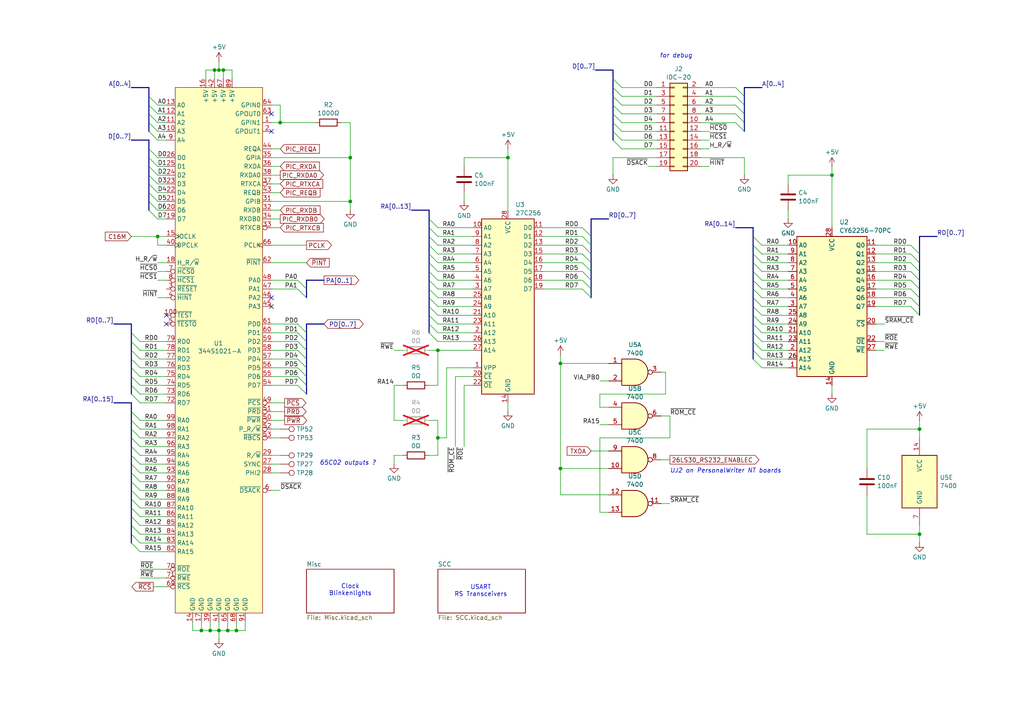
<source format=kicad_sch>
(kicad_sch (version 20250114) (generator "eeschema") (generator_version "9.0")
  (paper "A4")
  (title_block (title "PICDB") (date "2025-09-21") (rev "0.1") (company "Lostwave") (comment 1 "https://github.com/demik/oldworld"))
  (text "for debug" (at 196.088 16.256 0) (effects (font (size 1.27 1.27) (italic yes))))
  (text "Clock\nBlinkenlights" (at 101.6 171.196 0) (effects (font (size 1.27 1.27))))
  (text "UJ2 on PersonalWriter NT boards" (at 194.31 136.652 0) (effects (font (size 1.27 1.27) (italic yes)) (justify left)))
  (text "65C02 outputs ?" (at 92.71 134.366 0) (effects (font (size 1.27 1.27) (italic yes)) (justify left)))
  (text "USART\nRS Transceivers" (at 139.446 171.45 0) (effects (font (size 1.27 1.27))))
  (junction (at 64.77 20.32))
  (junction (at 127 101.6))
  (junction (at 58.42 182.88))
  (junction (at 62.23 20.32))
  (junction (at 68.58 182.88))
  (junction (at 60.96 182.88))
  (junction (at 101.6 45.72))
  (junction (at 127 127))
  (junction (at 266.7 124.46))
  (junction (at 162.56 135.89))
  (junction (at 63.5 182.88))
  (junction (at 81.28 35.56))
  (junction (at 63.5 20.32))
  (junction (at 162.56 105.41))
  (junction (at 266.7 154.94))
  (junction (at 101.6 58.42))
  (junction (at 241.3 50.8))
  (junction (at 147.32 45.72))
  (junction (at 66.04 182.88))
  (junction (at 45.72 68.58))
  (no_connect (at 78.74 88.9))
  (no_connect (at 78.74 38.1))
  (no_connect (at 48.26 93.98))
  (no_connect (at 78.74 86.36))
  (no_connect (at 78.74 33.02))
  (no_connect (at 48.26 91.44))
  (bus_entry (at 264.16 71.12) (size 2.54 2.54))
  (bus_entry (at 213.36 30.48) (size 2.54 2.54))
  (bus_entry (at 124.46 83.82) (size 2.54 2.54))
  (bus_entry (at 124.46 96.52) (size 2.54 2.54))
  (bus_entry (at 218.44 78.74) (size 2.54 2.54))
  (bus_entry (at 264.16 76.2) (size 2.54 2.54))
  (bus_entry (at 264.16 88.9) (size 2.54 2.54))
  (bus_entry (at 168.91 83.82) (size 2.54 2.54))
  (bus_entry (at 38.1 134.62) (size 2.54 2.54))
  (bus_entry (at 38.1 147.32) (size 2.54 2.54))
  (bus_entry (at 86.36 111.76) (size 2.54 2.54))
  (bus_entry (at 38.1 157.48) (size 2.54 2.54))
  (bus_entry (at 38.1 124.46) (size 2.54 2.54))
  (bus_entry (at 38.1 154.94) (size 2.54 2.54))
  (bus_entry (at 213.36 35.56) (size 2.54 2.54))
  (bus_entry (at 264.16 73.66) (size 2.54 2.54))
  (bus_entry (at 218.44 99.06) (size 2.54 2.54))
  (bus_entry (at 168.91 78.74) (size 2.54 2.54))
  (bus_entry (at 38.1 104.14) (size 2.54 2.54))
  (bus_entry (at 218.44 93.98) (size 2.54 2.54))
  (bus_entry (at 38.1 106.68) (size 2.54 2.54))
  (bus_entry (at 218.44 96.52) (size 2.54 2.54))
  (bus_entry (at 86.36 93.98) (size 2.54 2.54))
  (bus_entry (at 43.18 60.96) (size 2.54 2.54))
  (bus_entry (at 38.1 132.08) (size 2.54 2.54))
  (bus_entry (at 218.44 86.36) (size 2.54 2.54))
  (bus_entry (at 218.44 81.28) (size 2.54 2.54))
  (bus_entry (at 218.44 101.6) (size 2.54 2.54))
  (bus_entry (at 124.46 63.5) (size 2.54 2.54))
  (bus_entry (at 177.8 25.4) (size 2.54 2.54))
  (bus_entry (at 43.18 50.8) (size 2.54 2.54))
  (bus_entry (at 86.36 83.82) (size 2.54 2.54))
  (bus_entry (at 264.16 86.36) (size 2.54 2.54))
  (bus_entry (at 38.1 109.22) (size 2.54 2.54))
  (bus_entry (at 43.18 27.94) (size 2.54 2.54))
  (bus_entry (at 168.91 71.12) (size 2.54 2.54))
  (bus_entry (at 218.44 91.44) (size 2.54 2.54))
  (bus_entry (at 38.1 139.7) (size 2.54 2.54))
  (bus_entry (at 213.36 27.94) (size 2.54 2.54))
  (bus_entry (at 124.46 93.98) (size 2.54 2.54))
  (bus_entry (at 43.18 43.18) (size 2.54 2.54))
  (bus_entry (at 177.8 33.02) (size 2.54 2.54))
  (bus_entry (at 177.8 40.64) (size 2.54 2.54))
  (bus_entry (at 124.46 68.58) (size 2.54 2.54))
  (bus_entry (at 264.16 83.82) (size 2.54 2.54))
  (bus_entry (at 218.44 68.58) (size 2.54 2.54))
  (bus_entry (at 38.1 119.38) (size 2.54 2.54))
  (bus_entry (at 218.44 104.14) (size 2.54 2.54))
  (bus_entry (at 38.1 121.92) (size 2.54 2.54))
  (bus_entry (at 124.46 78.74) (size 2.54 2.54))
  (bus_entry (at 177.8 27.94) (size 2.54 2.54))
  (bus_entry (at 168.91 73.66) (size 2.54 2.54))
  (bus_entry (at 86.36 106.68) (size 2.54 2.54))
  (bus_entry (at 43.18 35.56) (size 2.54 2.54))
  (bus_entry (at 213.36 25.4) (size 2.54 2.54))
  (bus_entry (at 218.44 83.82) (size 2.54 2.54))
  (bus_entry (at 124.46 73.66) (size 2.54 2.54))
  (bus_entry (at 43.18 53.34) (size 2.54 2.54))
  (bus_entry (at 124.46 88.9) (size 2.54 2.54))
  (bus_entry (at 218.44 76.2) (size 2.54 2.54))
  (bus_entry (at 38.1 149.86) (size 2.54 2.54))
  (bus_entry (at 43.18 58.42) (size 2.54 2.54))
  (bus_entry (at 43.18 33.02) (size 2.54 2.54))
  (bus_entry (at 124.46 91.44) (size 2.54 2.54))
  (bus_entry (at 177.8 35.56) (size 2.54 2.54))
  (bus_entry (at 264.16 78.74) (size 2.54 2.54))
  (bus_entry (at 124.46 71.12) (size 2.54 2.54))
  (bus_entry (at 43.18 55.88) (size 2.54 2.54))
  (bus_entry (at 177.8 30.48) (size 2.54 2.54))
  (bus_entry (at 177.8 22.86) (size 2.54 2.54))
  (bus_entry (at 218.44 88.9) (size 2.54 2.54))
  (bus_entry (at 124.46 76.2) (size 2.54 2.54))
  (bus_entry (at 168.91 66.04) (size 2.54 2.54))
  (bus_entry (at 38.1 96.52) (size 2.54 2.54))
  (bus_entry (at 86.36 109.22) (size 2.54 2.54))
  (bus_entry (at 38.1 127) (size 2.54 2.54))
  (bus_entry (at 38.1 114.3) (size 2.54 2.54))
  (bus_entry (at 43.18 45.72) (size 2.54 2.54))
  (bus_entry (at 86.36 99.06) (size 2.54 2.54))
  (bus_entry (at 218.44 71.12) (size 2.54 2.54))
  (bus_entry (at 86.36 96.52) (size 2.54 2.54))
  (bus_entry (at 38.1 99.06) (size 2.54 2.54))
  (bus_entry (at 86.36 104.14) (size 2.54 2.54))
  (bus_entry (at 124.46 81.28) (size 2.54 2.54))
  (bus_entry (at 43.18 48.26) (size 2.54 2.54))
  (bus_entry (at 213.36 33.02) (size 2.54 2.54))
  (bus_entry (at 218.44 73.66) (size 2.54 2.54))
  (bus_entry (at 86.36 101.6) (size 2.54 2.54))
  (bus_entry (at 38.1 152.4) (size 2.54 2.54))
  (bus_entry (at 168.91 68.58) (size 2.54 2.54))
  (bus_entry (at 43.18 30.48) (size 2.54 2.54))
  (bus_entry (at 264.16 81.28) (size 2.54 2.54))
  (bus_entry (at 124.46 66.04) (size 2.54 2.54))
  (bus_entry (at 38.1 129.54) (size 2.54 2.54))
  (bus_entry (at 38.1 144.78) (size 2.54 2.54))
  (bus_entry (at 38.1 101.6) (size 2.54 2.54))
  (bus_entry (at 38.1 137.16) (size 2.54 2.54))
  (bus_entry (at 168.91 81.28) (size 2.54 2.54))
  (bus_entry (at 124.46 86.36) (size 2.54 2.54))
  (bus_entry (at 38.1 142.24) (size 2.54 2.54))
  (bus_entry (at 86.36 81.28) (size 2.54 2.54))
  (bus_entry (at 43.18 38.1) (size 2.54 2.54))
  (bus_entry (at 177.8 38.1) (size 2.54 2.54))
  (bus_entry (at 168.91 76.2) (size 2.54 2.54))
  (bus_entry (at 38.1 111.76) (size 2.54 2.54))
  (wire (pts (xy 64.77 20.32) (xy 64.77 22.86)))
  (wire (pts (xy 127 86.36) (xy 137.16 86.36)))
  (bus (pts (xy 124.46 71.12) (xy 124.46 73.66)))
  (wire (pts (xy 220.98 106.68) (xy 228.6 106.68)))
  (wire (pts (xy 180.34 25.4) (xy 190.5 25.4)))
  (bus (pts (xy 43.18 38.1) (xy 43.18 35.56)))
  (wire (pts (xy 254 73.66) (xy 264.16 73.66)))
  (wire (pts (xy 220.98 83.82) (xy 228.6 83.82)))
  (bus (pts (xy 88.9 106.68) (xy 88.9 104.14)))
  (wire (pts (xy 45.72 60.96) (xy 48.26 60.96)))
  (bus (pts (xy 119.38 60.96) (xy 124.46 60.96)))
  (bus (pts (xy 38.1 132.08) (xy 38.1 134.62)))
  (wire (pts (xy 124.46 101.6) (xy 127 101.6)))
  (wire (pts (xy 63.5 20.32) (xy 64.77 20.32)))
  (bus (pts (xy 43.18 30.48) (xy 43.18 27.94)))
  (bus (pts (xy 218.44 76.2) (xy 218.44 78.74)))
  (wire (pts (xy 78.74 43.18) (xy 81.28 43.18)))
  (bus (pts (xy 38.1 137.16) (xy 38.1 139.7)))
  (wire (pts (xy 45.72 63.5) (xy 48.26 63.5)))
  (wire (pts (xy 147.32 116.84) (xy 147.32 119.38)))
  (wire (pts (xy 67.31 20.32) (xy 67.31 22.86)))
  (wire (pts (xy 173.99 127) (xy 173.99 148.59)))
  (wire (pts (xy 55.88 180.34) (xy 55.88 182.88)))
  (wire (pts (xy 203.2 30.48) (xy 213.36 30.48)))
  (wire (pts (xy 44.45 170.18) (xy 48.26 170.18)))
  (wire (pts (xy 180.34 35.56) (xy 190.5 35.56)))
  (wire (pts (xy 162.56 105.41) (xy 176.53 105.41)))
  (bus (pts (xy 266.7 83.82) (xy 266.7 81.28)))
  (bus (pts (xy 38.1 40.64) (xy 43.18 40.64)))
  (wire (pts (xy 124.46 121.92) (xy 127 121.92)))
  (wire (pts (xy 127 83.82) (xy 137.16 83.82)))
  (wire (pts (xy 78.74 60.96) (xy 81.28 60.96)))
  (wire (pts (xy 254 88.9) (xy 264.16 88.9)))
  (bus (pts (xy 124.46 60.96) (xy 124.46 63.5)))
  (bus (pts (xy 124.46 63.5) (xy 124.46 66.04)))
  (wire (pts (xy 78.74 116.84) (xy 82.55 116.84)))
  (wire (pts (xy 180.34 43.18) (xy 190.5 43.18)))
  (wire (pts (xy 40.64 129.54) (xy 48.26 129.54)))
  (bus (pts (xy 33.02 93.98) (xy 38.1 93.98)))
  (bus (pts (xy 218.44 73.66) (xy 218.44 76.2)))
  (bus (pts (xy 124.46 73.66) (xy 124.46 76.2)))
  (wire (pts (xy 78.74 83.82) (xy 86.36 83.82)))
  (bus (pts (xy 33.02 116.84) (xy 38.1 116.84)))
  (wire (pts (xy 114.3 111.76) (xy 114.3 121.92)))
  (wire (pts (xy 78.74 124.46) (xy 81.28 124.46)))
  (wire (pts (xy 40.64 104.14) (xy 48.26 104.14)))
  (wire (pts (xy 220.98 104.14) (xy 228.6 104.14)))
  (wire (pts (xy 251.46 143.51) (xy 251.46 154.94)))
  (wire (pts (xy 127 66.04) (xy 137.16 66.04)))
  (wire (pts (xy 180.34 40.64) (xy 190.5 40.64)))
  (bus (pts (xy 215.9 25.4) (xy 215.9 27.94)))
  (wire (pts (xy 191.77 133.35) (xy 194.31 133.35)))
  (wire (pts (xy 171.45 130.81) (xy 176.53 130.81)))
  (wire (pts (xy 173.99 123.19) (xy 176.53 123.19)))
  (wire (pts (xy 78.74 96.52) (xy 86.36 96.52)))
  (wire (pts (xy 193.04 114.3) (xy 173.99 114.3)))
  (bus (pts (xy 177.8 27.94) (xy 177.8 30.48)))
  (bus (pts (xy 88.9 99.06) (xy 88.9 96.52)))
  (bus (pts (xy 213.36 66.04) (xy 218.44 66.04)))
  (wire (pts (xy 157.48 81.28) (xy 168.91 81.28)))
  (wire (pts (xy 215.9 45.72) (xy 215.9 50.8)))
  (wire (pts (xy 254 99.06) (xy 256.54 99.06)))
  (bus (pts (xy 43.18 43.18) (xy 43.18 40.64)))
  (bus (pts (xy 218.44 78.74) (xy 218.44 81.28)))
  (wire (pts (xy 45.72 45.72) (xy 48.26 45.72)))
  (bus (pts (xy 38.1 147.32) (xy 38.1 149.86)))
  (wire (pts (xy 228.6 60.96) (xy 228.6 63.5)))
  (bus (pts (xy 38.1 106.68) (xy 38.1 104.14)))
  (bus (pts (xy 124.46 91.44) (xy 124.46 93.98)))
  (bus (pts (xy 218.44 93.98) (xy 218.44 96.52)))
  (bus (pts (xy 220.98 25.4) (xy 215.9 25.4)))
  (bus (pts (xy 266.7 81.28) (xy 266.7 78.74)))
  (wire (pts (xy 71.12 182.88) (xy 71.12 180.34)))
  (wire (pts (xy 191.77 146.05) (xy 194.31 146.05)))
  (bus (pts (xy 171.45 76.2) (xy 171.45 73.66)))
  (wire (pts (xy 60.96 182.88) (xy 63.5 182.88)))
  (wire (pts (xy 64.77 20.32) (xy 67.31 20.32)))
  (wire (pts (xy 220.98 76.2) (xy 228.6 76.2)))
  (wire (pts (xy 124.46 111.76) (xy 127 111.76)))
  (wire (pts (xy 127 91.44) (xy 137.16 91.44)))
  (wire (pts (xy 203.2 35.56) (xy 213.36 35.56)))
  (wire (pts (xy 228.6 53.34) (xy 228.6 50.8)))
  (wire (pts (xy 127 121.92) (xy 127 127)))
  (wire (pts (xy 40.64 99.06) (xy 48.26 99.06)))
  (bus (pts (xy 88.9 81.28) (xy 93.98 81.28)))
  (wire (pts (xy 254 101.6) (xy 256.54 101.6)))
  (wire (pts (xy 127 71.12) (xy 137.16 71.12)))
  (wire (pts (xy 220.98 71.12) (xy 228.6 71.12)))
  (wire (pts (xy 78.74 127) (xy 81.28 127)))
  (wire (pts (xy 137.16 106.68) (xy 129.54 106.68)))
  (wire (pts (xy 266.7 154.94) (xy 266.7 152.4)))
  (bus (pts (xy 43.18 60.96) (xy 43.18 58.42)))
  (bus (pts (xy 43.18 45.72) (xy 43.18 43.18)))
  (wire (pts (xy 147.32 43.18) (xy 147.32 45.72)))
  (bus (pts (xy 124.46 76.2) (xy 124.46 78.74)))
  (wire (pts (xy 254 86.36) (xy 264.16 86.36)))
  (wire (pts (xy 78.74 53.34) (xy 81.28 53.34)))
  (wire (pts (xy 45.72 35.56) (xy 48.26 35.56)))
  (bus (pts (xy 38.1 134.62) (xy 38.1 137.16)))
  (wire (pts (xy 81.28 35.56) (xy 91.44 35.56)))
  (wire (pts (xy 220.98 78.74) (xy 228.6 78.74)))
  (bus (pts (xy 124.46 81.28) (xy 124.46 83.82)))
  (wire (pts (xy 40.64 142.24) (xy 48.26 142.24)))
  (bus (pts (xy 218.44 83.82) (xy 218.44 86.36)))
  (wire (pts (xy 40.64 167.64) (xy 48.26 167.64)))
  (wire (pts (xy 228.6 50.8) (xy 241.3 50.8)))
  (wire (pts (xy 193.04 107.95) (xy 193.04 114.3)))
  (wire (pts (xy 203.2 48.26) (xy 205.74 48.26)))
  (bus (pts (xy 171.45 78.74) (xy 171.45 81.28)))
  (wire (pts (xy 176.53 143.51) (xy 162.56 143.51)))
  (bus (pts (xy 218.44 96.52) (xy 218.44 99.06)))
  (bus (pts (xy 171.45 68.58) (xy 171.45 63.5)))
  (wire (pts (xy 63.5 182.88) (xy 66.04 182.88)))
  (wire (pts (xy 78.74 76.2) (xy 88.9 76.2)))
  (bus (pts (xy 172.72 20.32) (xy 177.8 20.32)))
  (bus (pts (xy 266.7 78.74) (xy 266.7 76.2)))
  (bus (pts (xy 218.44 86.36) (xy 218.44 88.9)))
  (wire (pts (xy 45.72 50.8) (xy 48.26 50.8)))
  (wire (pts (xy 203.2 43.18) (xy 205.74 43.18)))
  (wire (pts (xy 40.64 124.46) (xy 48.26 124.46)))
  (wire (pts (xy 66.04 182.88) (xy 68.58 182.88)))
  (wire (pts (xy 63.5 182.88) (xy 63.5 185.42)))
  (bus (pts (xy 38.1 101.6) (xy 38.1 99.06)))
  (bus (pts (xy 171.45 73.66) (xy 171.45 71.12)))
  (wire (pts (xy 177.8 45.72) (xy 190.5 45.72)))
  (wire (pts (xy 45.72 53.34) (xy 48.26 53.34)))
  (wire (pts (xy 127 88.9) (xy 137.16 88.9)))
  (wire (pts (xy 78.74 111.76) (xy 86.36 111.76)))
  (wire (pts (xy 101.6 45.72) (xy 101.6 35.56)))
  (bus (pts (xy 88.9 93.98) (xy 93.98 93.98)))
  (bus (pts (xy 177.8 25.4) (xy 177.8 27.94)))
  (wire (pts (xy 78.74 106.68) (xy 86.36 106.68)))
  (wire (pts (xy 220.98 96.52) (xy 228.6 96.52)))
  (wire (pts (xy 241.3 111.76) (xy 241.3 114.3)))
  (wire (pts (xy 40.64 116.84) (xy 48.26 116.84)))
  (wire (pts (xy 78.74 137.16) (xy 81.28 137.16)))
  (wire (pts (xy 129.54 106.68) (xy 129.54 127)))
  (bus (pts (xy 38.1 149.86) (xy 38.1 152.4)))
  (bus (pts (xy 124.46 66.04) (xy 124.46 68.58)))
  (wire (pts (xy 134.62 55.88) (xy 134.62 58.42)))
  (bus (pts (xy 171.45 78.74) (xy 171.45 76.2)))
  (bus (pts (xy 38.1 104.14) (xy 38.1 101.6)))
  (wire (pts (xy 78.74 71.12) (xy 88.9 71.12)))
  (wire (pts (xy 254 93.98) (xy 256.54 93.98)))
  (bus (pts (xy 43.18 33.02) (xy 43.18 30.48)))
  (bus (pts (xy 88.9 104.14) (xy 88.9 101.6)))
  (bus (pts (xy 38.1 121.92) (xy 38.1 124.46)))
  (wire (pts (xy 241.3 48.26) (xy 241.3 50.8)))
  (wire (pts (xy 40.64 101.6) (xy 48.26 101.6)))
  (bus (pts (xy 218.44 88.9) (xy 218.44 91.44)))
  (bus (pts (xy 215.9 30.48) (xy 215.9 33.02)))
  (bus (pts (xy 88.9 111.76) (xy 88.9 109.22)))
  (bus (pts (xy 38.1 127) (xy 38.1 129.54)))
  (wire (pts (xy 254 76.2) (xy 264.16 76.2)))
  (wire (pts (xy 134.62 129.54) (xy 134.62 111.76)))
  (wire (pts (xy 132.08 129.54) (xy 132.08 109.22)))
  (wire (pts (xy 254 78.74) (xy 264.16 78.74)))
  (wire (pts (xy 220.98 88.9) (xy 228.6 88.9)))
  (bus (pts (xy 266.7 68.58) (xy 271.78 68.58)))
  (bus (pts (xy 218.44 71.12) (xy 218.44 73.66)))
  (bus (pts (xy 215.9 35.56) (xy 215.9 38.1)))
  (wire (pts (xy 58.42 180.34) (xy 58.42 182.88)))
  (bus (pts (xy 177.8 30.48) (xy 177.8 33.02)))
  (wire (pts (xy 127 93.98) (xy 137.16 93.98)))
  (wire (pts (xy 101.6 35.56) (xy 99.06 35.56)))
  (wire (pts (xy 127 73.66) (xy 137.16 73.66)))
  (wire (pts (xy 191.77 120.65) (xy 194.31 120.65)))
  (wire (pts (xy 40.64 144.78) (xy 48.26 144.78)))
  (wire (pts (xy 114.3 134.62) (xy 114.3 132.08)))
  (wire (pts (xy 40.64 152.4) (xy 48.26 152.4)))
  (wire (pts (xy 40.64 137.16) (xy 48.26 137.16)))
  (bus (pts (xy 43.18 27.94) (xy 43.18 25.4)))
  (wire (pts (xy 66.04 180.34) (xy 66.04 182.88)))
  (wire (pts (xy 251.46 124.46) (xy 266.7 124.46)))
  (bus (pts (xy 177.8 38.1) (xy 177.8 40.64)))
  (wire (pts (xy 251.46 154.94) (xy 266.7 154.94)))
  (wire (pts (xy 203.2 33.02) (xy 213.36 33.02)))
  (wire (pts (xy 40.64 149.86) (xy 48.26 149.86)))
  (wire (pts (xy 203.2 45.72) (xy 215.9 45.72)))
  (wire (pts (xy 63.5 180.34) (xy 63.5 182.88)))
  (wire (pts (xy 254 71.12) (xy 264.16 71.12)))
  (bus (pts (xy 88.9 96.52) (xy 88.9 93.98)))
  (wire (pts (xy 45.72 58.42) (xy 48.26 58.42)))
  (bus (pts (xy 124.46 86.36) (xy 124.46 88.9)))
  (bus (pts (xy 218.44 99.06) (xy 218.44 101.6)))
  (bus (pts (xy 218.44 101.6) (xy 218.44 104.14)))
  (wire (pts (xy 116.84 111.76) (xy 114.3 111.76)))
  (bus (pts (xy 215.9 27.94) (xy 215.9 30.48)))
  (wire (pts (xy 203.2 25.4) (xy 213.36 25.4)))
  (wire (pts (xy 157.48 78.74) (xy 168.91 78.74)))
  (wire (pts (xy 40.64 147.32) (xy 48.26 147.32)))
  (wire (pts (xy 129.54 127) (xy 127 127)))
  (wire (pts (xy 147.32 45.72) (xy 147.32 60.96)))
  (wire (pts (xy 220.98 99.06) (xy 228.6 99.06)))
  (bus (pts (xy 38.1 139.7) (xy 38.1 142.24)))
  (bus (pts (xy 38.1 129.54) (xy 38.1 132.08)))
  (wire (pts (xy 180.34 30.48) (xy 190.5 30.48)))
  (wire (pts (xy 157.48 66.04) (xy 168.91 66.04)))
  (bus (pts (xy 266.7 76.2) (xy 266.7 73.66)))
  (bus (pts (xy 38.1 124.46) (xy 38.1 127)))
  (wire (pts (xy 78.74 66.04) (xy 81.28 66.04)))
  (wire (pts (xy 162.56 105.41) (xy 162.56 135.89)))
  (wire (pts (xy 78.74 81.28) (xy 86.36 81.28)))
  (bus (pts (xy 218.44 91.44) (xy 218.44 93.98)))
  (wire (pts (xy 241.3 50.8) (xy 241.3 66.04)))
  (wire (pts (xy 40.64 165.1) (xy 48.26 165.1)))
  (wire (pts (xy 45.72 71.12) (xy 45.72 68.58)))
  (wire (pts (xy 173.99 118.11) (xy 176.53 118.11)))
  (wire (pts (xy 81.28 30.48) (xy 81.28 35.56)))
  (bus (pts (xy 177.8 33.02) (xy 177.8 35.56)))
  (wire (pts (xy 40.64 139.7) (xy 48.26 139.7)))
  (bus (pts (xy 177.8 20.32) (xy 177.8 22.86)))
  (wire (pts (xy 177.8 50.8) (xy 177.8 45.72)))
  (wire (pts (xy 157.48 68.58) (xy 168.91 68.58)))
  (bus (pts (xy 266.7 83.82) (xy 266.7 86.36)))
  (wire (pts (xy 45.72 30.48) (xy 48.26 30.48)))
  (wire (pts (xy 78.74 132.08) (xy 81.28 132.08)))
  (wire (pts (xy 127 127) (xy 127 132.08)))
  (wire (pts (xy 78.74 104.14) (xy 86.36 104.14)))
  (wire (pts (xy 124.46 132.08) (xy 127 132.08)))
  (bus (pts (xy 171.45 83.82) (xy 171.45 86.36)))
  (wire (pts (xy 173.99 148.59) (xy 176.53 148.59)))
  (wire (pts (xy 40.64 127) (xy 48.26 127)))
  (wire (pts (xy 45.72 40.64) (xy 48.26 40.64)))
  (bus (pts (xy 177.8 35.56) (xy 177.8 38.1)))
  (wire (pts (xy 78.74 35.56) (xy 81.28 35.56)))
  (bus (pts (xy 266.7 86.36) (xy 266.7 88.9)))
  (bus (pts (xy 124.46 93.98) (xy 124.46 96.52)))
  (bus (pts (xy 215.9 33.02) (xy 215.9 35.56)))
  (wire (pts (xy 127 99.06) (xy 137.16 99.06)))
  (wire (pts (xy 173.99 110.49) (xy 176.53 110.49)))
  (bus (pts (xy 266.7 73.66) (xy 266.7 68.58)))
  (bus (pts (xy 218.44 68.58) (xy 218.44 71.12)))
  (wire (pts (xy 220.98 91.44) (xy 228.6 91.44)))
  (wire (pts (xy 194.31 127) (xy 173.99 127)))
  (wire (pts (xy 114.3 101.6) (xy 116.84 101.6)))
  (wire (pts (xy 157.48 76.2) (xy 168.91 76.2)))
  (wire (pts (xy 203.2 27.94) (xy 213.36 27.94)))
  (wire (pts (xy 101.6 60.96) (xy 101.6 58.42)))
  (wire (pts (xy 78.74 45.72) (xy 101.6 45.72)))
  (wire (pts (xy 48.26 71.12) (xy 45.72 71.12)))
  (wire (pts (xy 40.64 121.92) (xy 48.26 121.92)))
  (wire (pts (xy 78.74 119.38) (xy 82.55 119.38)))
  (wire (pts (xy 134.62 45.72) (xy 147.32 45.72)))
  (bus (pts (xy 88.9 101.6) (xy 88.9 99.06)))
  (bus (pts (xy 171.45 81.28) (xy 171.45 83.82)))
  (wire (pts (xy 40.64 132.08) (xy 48.26 132.08)))
  (wire (pts (xy 127 101.6) (xy 127 111.76)))
  (wire (pts (xy 203.2 40.64) (xy 205.74 40.64)))
  (wire (pts (xy 134.62 111.76) (xy 137.16 111.76)))
  (bus (pts (xy 88.9 114.3) (xy 88.9 111.76)))
  (bus (pts (xy 266.7 88.9) (xy 266.7 91.44)))
  (bus (pts (xy 124.46 78.74) (xy 124.46 81.28)))
  (bus (pts (xy 43.18 48.26) (xy 43.18 45.72)))
  (bus (pts (xy 38.1 152.4) (xy 38.1 154.94)))
  (bus (pts (xy 171.45 71.12) (xy 171.45 68.58)))
  (bus (pts (xy 38.1 154.94) (xy 38.1 157.48)))
  (wire (pts (xy 127 96.52) (xy 137.16 96.52)))
  (wire (pts (xy 78.74 30.48) (xy 81.28 30.48)))
  (wire (pts (xy 132.08 109.22) (xy 137.16 109.22)))
  (wire (pts (xy 187.96 48.26) (xy 190.5 48.26)))
  (wire (pts (xy 220.98 73.66) (xy 228.6 73.66)))
  (wire (pts (xy 266.7 121.92) (xy 266.7 124.46)))
  (wire (pts (xy 78.74 93.98) (xy 86.36 93.98)))
  (wire (pts (xy 45.72 55.88) (xy 48.26 55.88)))
  (wire (pts (xy 203.2 38.1) (xy 205.74 38.1)))
  (wire (pts (xy 127 81.28) (xy 137.16 81.28)))
  (wire (pts (xy 127 101.6) (xy 137.16 101.6)))
  (wire (pts (xy 194.31 120.65) (xy 194.31 127)))
  (wire (pts (xy 134.62 48.26) (xy 134.62 45.72)))
  (wire (pts (xy 68.58 182.88) (xy 71.12 182.88)))
  (wire (pts (xy 62.23 20.32) (xy 63.5 20.32)))
  (wire (pts (xy 180.34 27.94) (xy 190.5 27.94)))
  (wire (pts (xy 251.46 135.89) (xy 251.46 124.46)))
  (wire (pts (xy 191.77 107.95) (xy 193.04 107.95)))
  (wire (pts (xy 40.64 134.62) (xy 48.26 134.62)))
  (wire (pts (xy 45.72 33.02) (xy 48.26 33.02)))
  (wire (pts (xy 62.23 20.32) (xy 62.23 22.86)))
  (wire (pts (xy 58.42 182.88) (xy 60.96 182.88)))
  (wire (pts (xy 45.72 81.28) (xy 48.26 81.28)))
  (wire (pts (xy 40.64 106.68) (xy 48.26 106.68)))
  (wire (pts (xy 59.69 20.32) (xy 62.23 20.32)))
  (wire (pts (xy 45.72 48.26) (xy 48.26 48.26)))
  (wire (pts (xy 45.72 78.74) (xy 48.26 78.74)))
  (bus (pts (xy 38.1 99.06) (xy 38.1 96.52)))
  (bus (pts (xy 124.46 83.82) (xy 124.46 86.36)))
  (wire (pts (xy 78.74 109.22) (xy 86.36 109.22)))
  (wire (pts (xy 40.64 160.02) (xy 48.26 160.02)))
  (wire (pts (xy 40.64 111.76) (xy 48.26 111.76)))
  (wire (pts (xy 78.74 58.42) (xy 101.6 58.42)))
  (wire (pts (xy 157.48 73.66) (xy 168.91 73.66)))
  (wire (pts (xy 220.98 93.98) (xy 228.6 93.98)))
  (wire (pts (xy 55.88 182.88) (xy 58.42 182.88)))
  (wire (pts (xy 254 83.82) (xy 264.16 83.82)))
  (wire (pts (xy 220.98 86.36) (xy 228.6 86.36)))
  (wire (pts (xy 78.74 55.88) (xy 81.28 55.88)))
  (bus (pts (xy 218.44 66.04) (xy 218.44 68.58)))
  (wire (pts (xy 45.72 76.2) (xy 48.26 76.2)))
  (bus (pts (xy 38.1 114.3) (xy 38.1 111.76)))
  (bus (pts (xy 124.46 88.9) (xy 124.46 91.44)))
  (wire (pts (xy 220.98 101.6) (xy 228.6 101.6)))
  (wire (pts (xy 40.64 154.94) (xy 48.26 154.94)))
  (bus (pts (xy 171.45 63.5) (xy 176.53 63.5)))
  (bus (pts (xy 38.1 111.76) (xy 38.1 109.22)))
  (wire (pts (xy 162.56 102.87) (xy 162.56 105.41)))
  (wire (pts (xy 40.64 114.3) (xy 48.26 114.3)))
  (wire (pts (xy 78.74 121.92) (xy 82.55 121.92)))
  (wire (pts (xy 101.6 58.42) (xy 101.6 45.72)))
  (wire (pts (xy 78.74 99.06) (xy 86.36 99.06)))
  (wire (pts (xy 127 76.2) (xy 137.16 76.2)))
  (bus (pts (xy 38.1 119.38) (xy 38.1 121.92)))
  (bus (pts (xy 43.18 53.34) (xy 43.18 50.8)))
  (wire (pts (xy 180.34 33.02) (xy 190.5 33.02)))
  (bus (pts (xy 177.8 22.86) (xy 177.8 25.4)))
  (wire (pts (xy 38.1 68.58) (xy 45.72 68.58)))
  (bus (pts (xy 38.1 25.4) (xy 43.18 25.4)))
  (wire (pts (xy 68.58 180.34) (xy 68.58 182.88)))
  (bus (pts (xy 88.9 109.22) (xy 88.9 106.68)))
  (wire (pts (xy 78.74 50.8) (xy 81.28 50.8)))
  (bus (pts (xy 43.18 35.56) (xy 43.18 33.02)))
  (wire (pts (xy 162.56 143.51) (xy 162.56 135.89)))
  (wire (pts (xy 114.3 132.08) (xy 116.84 132.08)))
  (wire (pts (xy 45.72 38.1) (xy 48.26 38.1)))
  (wire (pts (xy 266.7 127) (xy 266.7 124.46)))
  (wire (pts (xy 78.74 134.62) (xy 81.28 134.62)))
  (wire (pts (xy 157.48 71.12) (xy 168.91 71.12)))
  (wire (pts (xy 78.74 142.24) (xy 81.28 142.24)))
  (wire (pts (xy 63.5 17.78) (xy 63.5 20.32)))
  (wire (pts (xy 157.48 83.82) (xy 168.91 83.82)))
  (bus (pts (xy 38.1 116.84) (xy 38.1 119.38)))
  (bus (pts (xy 43.18 50.8) (xy 43.18 48.26)))
  (bus (pts (xy 38.1 144.78) (xy 38.1 147.32)))
  (wire (pts (xy 78.74 48.26) (xy 81.28 48.26)))
  (wire (pts (xy 127 78.74) (xy 137.16 78.74)))
  (bus (pts (xy 88.9 83.82) (xy 88.9 81.28)))
  (bus (pts (xy 38.1 96.52) (xy 38.1 93.98)))
  (wire (pts (xy 254 81.28) (xy 264.16 81.28)))
  (bus (pts (xy 124.46 68.58) (xy 124.46 71.12)))
  (bus (pts (xy 43.18 55.88) (xy 43.18 53.34)))
  (bus (pts (xy 38.1 109.22) (xy 38.1 106.68)))
  (wire (pts (xy 40.64 109.22) (xy 48.26 109.22)))
  (bus (pts (xy 38.1 142.24) (xy 38.1 144.78)))
  (wire (pts (xy 59.69 22.86) (xy 59.69 20.32)))
  (bus (pts (xy 43.18 58.42) (xy 43.18 55.88)))
  (wire (pts (xy 266.7 154.94) (xy 266.7 157.48)))
  (wire (pts (xy 114.3 121.92) (xy 116.84 121.92)))
  (bus (pts (xy 88.9 86.36) (xy 88.9 83.82)))
  (wire (pts (xy 220.98 81.28) (xy 228.6 81.28)))
  (wire (pts (xy 180.34 38.1) (xy 190.5 38.1)))
  (wire (pts (xy 45.72 68.58) (xy 48.26 68.58)))
  (wire (pts (xy 40.64 157.48) (xy 48.26 157.48)))
  (wire (pts (xy 60.96 180.34) (xy 60.96 182.88)))
  (wire (pts (xy 78.74 101.6) (xy 86.36 101.6)))
  (bus (pts (xy 218.44 81.28) (xy 218.44 83.82)))
  (wire (pts (xy 78.74 63.5) (xy 81.28 63.5)))
  (wire (pts (xy 173.99 114.3) (xy 173.99 118.11)))
  (wire (pts (xy 162.56 135.89) (xy 176.53 135.89)))
  (wire (pts (xy 127 68.58) (xy 137.16 68.58)))
  (wire (pts (xy 45.72 86.36) (xy 48.26 86.36)))
  (label "~{ROM_CE}" (at 194.31 120.65 0))
  (label "~{DSACK}" (at 187.96 48.26 180))
  (label "RA7" (at 41.91 139.7 0))
  (label "RA14" (at 114.3 111.76 180))
  (label "~{HINT}" (at 205.74 48.26 0))
  (label "RA11" (at 41.91 149.86 0))
  (label "RD5" (at 163.83 78.74 0))
  (label "A3" (at 204.47 33.02 0))
  (label "RA14" (at 41.91 157.48 0))
  (label "D1" (at 45.72 48.26 0))
  (label "D5" (at 45.72 58.42 0))
  (label "RD7" (at 41.91 116.84 0))
  (label "RA3" (at 222.25 78.74 0))
  (label "RA6" (at 41.91 137.16 0))
  (label "~{ROE}" (at 134.62 129.54 270))
  (label "A[0..4]" (at 38.1 25.4 180))
  (label "RD6" (at 259.08 86.36 0))
  (label "RA0" (at 41.91 121.92 0))
  (label "H_R{slash}~{W}" (at 45.72 76.2 180))
  (label "D5" (at 186.69 38.1 0))
  (label "RA11" (at 128.27 93.98 0))
  (label "D3" (at 45.72 53.34 0))
  (label "RA0" (at 222.25 71.12 0))
  (label "A0" (at 45.72 30.48 0))
  (label "~{HINT}" (at 45.72 86.36 180))
  (label "RA8" (at 41.91 142.24 0))
  (label "D4" (at 186.69 35.56 0))
  (label "RD3" (at 259.08 78.74 0))
  (label "RA11" (at 222.25 99.06 0))
  (label "RA2" (at 41.91 127 0))
  (label "A1" (at 204.47 27.94 0))
  (label "A1" (at 45.72 33.02 0))
  (label "RA1" (at 128.27 68.58 0))
  (label "RA15" (at 41.91 160.02 0))
  (label "RA[0..14]" (at 213.36 66.04 180))
  (label "RA13" (at 128.27 99.06 0))
  (label "RA9" (at 41.91 144.78 0))
  (label "RA8" (at 222.25 91.44 0))
  (label "~{SRAM_CE}" (at 256.54 93.98 0))
  (label "~{ROE}" (at 40.64 165.1 0))
  (label "RA7" (at 128.27 83.82 0))
  (label "A[0..4]" (at 220.98 25.4 0))
  (label "RA9" (at 128.27 88.9 0))
  (label "RA0" (at 128.27 66.04 0))
  (label "RD[0..7]" (at 271.78 68.58 0))
  (label "RD2" (at 41.91 104.14 0))
  (label "RD2" (at 259.08 76.2 0))
  (label "RA5" (at 128.27 78.74 0))
  (label "RA13" (at 222.25 104.14 0))
  (label "~{HCS1}" (at 45.72 81.28 180))
  (label "RD[0..7]" (at 176.53 63.5 0))
  (label "~{RWE}" (at 114.3 101.6 180))
  (label "RD1" (at 41.91 101.6 0))
  (label "RA4" (at 41.91 132.08 0))
  (label "~{RWE}" (at 40.64 167.64 0))
  (label "RD1" (at 163.83 68.58 0))
  (label "RA[0..15]" (at 33.02 116.84 180))
  (label "D6" (at 45.72 60.96 0))
  (label "RA8" (at 128.27 86.36 0))
  (label "RA2" (at 128.27 71.12 0))
  (label "D1" (at 186.69 27.94 0))
  (label "RA12" (at 222.25 101.6 0))
  (label "D0" (at 186.69 25.4 0))
  (label "RA3" (at 41.91 129.54 0))
  (label "A3" (at 45.72 38.1 0))
  (label "D3" (at 186.69 33.02 0))
  (label "A4" (at 204.47 35.56 0))
  (label "A2" (at 45.72 35.56 0))
  (label "PD3" (at 82.55 101.6 0))
  (label "RA1" (at 41.91 124.46 0))
  (label "RA2" (at 222.25 76.2 0))
  (label "~{ROM_CE}" (at 132.08 129.54 270))
  (label "D0" (at 45.72 45.72 0))
  (label "PD6" (at 82.55 109.22 0))
  (label "A4" (at 45.72 40.64 0))
  (label "RD2" (at 163.83 71.12 0))
  (label "RA6" (at 222.25 86.36 0))
  (label "RA10" (at 41.91 147.32 0))
  (label "D6" (at 186.69 40.64 0))
  (label "RA10" (at 128.27 91.44 0))
  (label "RD0" (at 41.91 99.06 0))
  (label "RD6" (at 163.83 81.28 0))
  (label "~{RWE}" (at 256.54 101.6 0))
  (label "D4" (at 45.72 55.88 0))
  (label "PD5" (at 82.55 106.68 0))
  (label "RD7" (at 163.83 83.82 0))
  (label "RD5" (at 259.08 83.82 0))
  (label "PA1" (at 82.55 83.82 0))
  (label "RD3" (at 163.83 73.66 0))
  (label "PA0" (at 82.55 81.28 0))
  (label "RA12" (at 41.91 152.4 0))
  (label "RD6" (at 41.91 114.3 0))
  (label "RA4" (at 128.27 76.2 0))
  (label "RD0" (at 163.83 66.04 0))
  (label "RA14" (at 222.25 106.68 0))
  (label "RA10" (at 222.25 96.52 0))
  (label "RA6" (at 128.27 81.28 0))
  (label "RD3" (at 41.91 106.68 0))
  (label "RD5" (at 41.91 111.76 0))
  (label "RD0" (at 259.08 71.12 0))
  (label "RA4" (at 222.25 81.28 0))
  (label "PD7" (at 82.55 111.76 0))
  (label "D[0..7]" (at 172.72 20.32 180))
  (label "PD4" (at 82.55 104.14 0))
  (label "PD1" (at 82.55 96.52 0))
  (label "RD7" (at 259.08 88.9 0))
  (label "RA5" (at 222.25 83.82 0))
  (label "RD4" (at 41.91 109.22 0))
  (label "RA12" (at 128.27 96.52 0))
  (label "~{HCS0}" (at 45.72 78.74 180))
  (label "RA7" (at 222.25 88.9 0))
  (label "VIA_PB0" (at 173.99 110.49 180))
  (label "RA13" (at 41.91 154.94 0))
  (label "RA15" (at 173.99 123.19 180))
  (label "PD0" (at 82.55 93.98 0))
  (label "RD[0..7]" (at 33.02 93.98 180))
  (label "D2" (at 45.72 50.8 0))
  (label "D2" (at 186.69 30.48 0))
  (label "~{SRAM_CE}" (at 194.31 146.05 0))
  (label "RD4" (at 163.83 76.2 0))
  (label "RD1" (at 259.08 73.66 0))
  (label "~{HCS1}" (at 205.74 40.64 0))
  (label "A0" (at 204.47 25.4 0))
  (label "PD2" (at 82.55 99.06 0))
  (label "D7" (at 45.72 63.5 0))
  (label "~{HCS0}" (at 205.74 38.1 0))
  (label "A2" (at 204.47 30.48 0))
  (label "D[0..7]" (at 38.1 40.64 180))
  (label "~{ROE}" (at 256.54 99.06 0))
  (label "RA5" (at 41.91 134.62 0))
  (label "H_R{slash}~{W}" (at 205.74 43.18 0))
  (label "RA3" (at 128.27 73.66 0))
  (label "RA[0..13]" (at 119.38 60.96 180))
  (label "RD4" (at 259.08 81.28 0))
  (label "~{DSACK}" (at 81.28 142.24 0))
  (label "RA1" (at 222.25 73.66 0))
  (label "D7" (at 186.69 43.18 0))
  (label "RA9" (at 222.25 93.98 0))
  (global_label "~{PINT}" (shape input) (at 88.9 76.2 0) (property "Intersheetrefs" "${INTERSHEET_REFS}" (effects (hide yes))))
  (global_label "~{PRD}" (shape output) (at 82.55 119.38 0) (property "Intersheetrefs" "${INTERSHEET_REFS}" (effects (hide yes))))
  (global_label "PIC_RXDB0" (shape output) (at 81.28 63.5 0) (property "Intersheetrefs" "${INTERSHEET_REFS}" (effects (hide yes))))
  (global_label "PIC_RTXCA" (shape input) (at 81.28 53.34 0) (property "Intersheetrefs" "${INTERSHEET_REFS}" (effects (hide yes))))
  (global_label "PCLK" (shape output) (at 88.9 71.12 0) (property "Intersheetrefs" "${INTERSHEET_REFS}" (effects (hide yes))))
  (global_label "PIC_RTXCB" (shape input) (at 81.28 66.04 0) (property "Intersheetrefs" "${INTERSHEET_REFS}" (effects (hide yes))))
  (global_label "~{RCS}" (shape output) (at 44.45 170.18 180) (property "Intersheetrefs" "${INTERSHEET_REFS}" (effects (hide yes))))
  (global_label "PIC_RXDB" (shape input) (at 81.28 60.96 0) (property "Intersheetrefs" "${INTERSHEET_REFS}" (effects (hide yes))))
  (global_label "PIC_RXDA" (shape input) (at 81.28 48.26 0) (property "Intersheetrefs" "${INTERSHEET_REFS}" (effects (hide yes))))
  (global_label "PD[0..7]" (shape bidirectional) (at 93.98 93.98 0) (property "Intersheetrefs" "${INTERSHEET_REFS}" (effects (hide yes))))
  (global_label "TXDA" (shape input) (at 171.45 130.81 180) (property "Intersheetrefs" "${INTERSHEET_REFS}" (effects (hide yes))))
  (global_label "PIC_RXDA0" (shape output) (at 81.28 50.8 0) (property "Intersheetrefs" "${INTERSHEET_REFS}" (effects (hide yes))))
  (global_label "~{PWR}" (shape output) (at 82.55 121.92 0) (property "Intersheetrefs" "${INTERSHEET_REFS}" (effects (hide yes))))
  (global_label "PIC_REQB" (shape input) (at 81.28 55.88 0) (property "Intersheetrefs" "${INTERSHEET_REFS}" (effects (hide yes))))
  (global_label "PIC_REQA" (shape input) (at 81.28 43.18 0) (property "Intersheetrefs" "${INTERSHEET_REFS}" (effects (hide yes))))
  (global_label "26LS30_RS232_ENABLEC" (shape output) (at 194.31 133.35 0) (property "Intersheetrefs" "${INTERSHEET_REFS}" (effects (hide yes))))
  (global_label "~{PCS}" (shape output) (at 82.55 116.84 0) (property "Intersheetrefs" "${INTERSHEET_REFS}" (effects (hide yes))))
  (global_label "C16M" (shape input) (at 38.1 68.58 180) (property "Intersheetrefs" "${INTERSHEET_REFS}" (effects (hide yes))))
  (global_label "PA[0..1]" (shape output) (at 93.98 81.28 0) (property "Intersheetrefs" "${INTERSHEET_REFS}" (effects (hide yes))))
  (symbol (lib_id "Connector:TestPoint") (at 81.28 137.16 270) (unit 1)
    (property "Reference" "TP28" (at 85.979 137.16 90) (effects (justify left)))
    (property "Value" "TestPoint" (effects (hide yes)))
    (property "Description" "test point" (effects (hide yes)))
  )
  (symbol (lib_id "Device:C") (at 228.6 57.15 0) (unit 1)
    (property "Reference" "C4" (at 231.521 55.9378 0) (effects (justify left)))
    (property "Value" "100nF" (at 231.521 58.3621 0) (effects (justify left)))
    (property "Description" "Unpolarized capacitor" (effects (hide yes)))
  )
  (symbol (lib_id "Device:R") (at 95.25 35.56 90) (unit 1)
    (property "Reference" "R2" (at 95.25 30.3995 90))
    (property "Value" "1000Ω" (at 95.25 32.8238 90))
    (property "Description" "Resistor" (effects (hide yes)))
  )
  (symbol (lib_id "power:GND") (at 101.6 60.96 0) (unit 1)
    (property "Reference" "#PWR039" (effects (hide yes)))
    (property "Value" "GND" (at 101.6 65.0931 0))
    (property "Description" "Power symbol creates a global label with name \"GND\" , ground" (effects (hide yes)))
  )
  (symbol (lib_id "74xx:7400") (at 184.15 133.35 0) (unit 3)
    (property "Reference" "U5" (at 184.1417 125.3955 0))
    (property "Value" "7400" (at 184.1417 127.8198 0))
    (property "Footprint" "Package_DIP:DIP-14_W7.62mm" (effects (hide yes)))
    (property "Datasheet" "http://www.ti.com/lit/gpn/sn7400" (effects (hide yes)))
    (property "Description" "quad 2-input NAND gate" (effects (hide yes)))
  )
  (symbol (lib_id "power:GND") (at 266.7 157.48 0) (unit 1)
    (property "Reference" "#PWR010" (effects (hide yes)))
    (property "Value" "GND" (at 266.7 161.6131 0))
    (property "Description" "Power symbol creates a global label with name \"GND\" , ground" (effects (hide yes)))
  )
  (symbol (lib_id "power:GND") (at 241.3 114.3 0) (unit 1)
    (property "Reference" "#PWR03" (effects (hide yes)))
    (property "Value" "GND" (at 241.3 118.4331 0))
    (property "Description" "Power symbol creates a global label with name \"GND\" , ground" (effects (hide yes)))
  )
  (symbol (lib_id "power:+5V") (at 63.5 17.78 0) (unit 1)
    (property "Reference" "#PWR02" (effects (hide yes)))
    (property "Value" "+5V" (at 63.5 13.6469 0))
    (property "Description" "Power symbol creates a global label with name \"+5V\"" (effects (hide yes)))
  )
  (symbol (lib_id "Connector_Generic:Conn_02x10_Odd_Even") (at 195.58 35.56 0) (unit 1)
    (property "Reference" "J2" (at 196.85 19.9855 0))
    (property "Value" "IDC-20" (at 196.85 22.4098 0))
    (property "Description" "Generic connector, double row, 02x10, odd/even pin numbering scheme (row 1 odd numbers, row 2 even numbers), script generated (kicad-library-utils/schlib/autogen/connector/)" (effects (hide yes)))
  )
  (symbol (lib_id "74xx:7400") (at 184.15 107.95 0) (unit 1)
    (property "Reference" "U5" (at 184.1417 99.9955 0))
    (property "Value" "7400" (at 184.1417 102.4198 0))
    (property "Footprint" "Package_DIP:DIP-14_W7.62mm" (effects (hide yes)))
    (property "Datasheet" "http://www.ti.com/lit/gpn/sn7400" (effects (hide yes)))
    (property "Description" "quad 2-input NAND gate" (effects (hide yes)))
  )
  (symbol (lib_id "Device:R") (at 120.65 121.92 270) (unit 1) (dnp yes)
    (property "Reference" "R4" (at 120.65 116.7595 90))
    (property "Value" "0Ω" (at 120.65 119.1838 90))
    (property "Description" "Resistor" (effects (hide yes)))
  )
  (symbol (lib_id "Device:C") (at 251.46 139.7 0) (unit 1)
    (property "Reference" "C10" (at 254.381 138.4878 0) (effects (justify left)))
    (property "Value" "100nF" (at 254.381 140.9121 0) (effects (justify left)))
    (property "Description" "Unpolarized capacitor" (effects (hide yes)))
  )
  (symbol (lib_id "74xx:7400") (at 266.7 139.7 0) (unit 5)
    (property "Reference" "U5" (at 272.542 138.4878 0) (effects (justify left)))
    (property "Value" "7400" (at 272.542 140.9121 0) (effects (justify left)))
    (property "Footprint" "Package_DIP:DIP-14_W7.62mm" (effects (hide yes)))
    (property "Datasheet" "http://www.ti.com/lit/gpn/sn7400" (effects (hide yes)))
    (property "Description" "quad 2-input NAND gate" (effects (hide yes)))
  )
  (symbol (lib_id "Connector:TestPoint") (at 81.28 134.62 270) (unit 1)
    (property "Reference" "TP27" (at 85.979 134.62 90) (effects (justify left)))
    (property "Value" "TestPoint" (effects (hide yes)))
    (property "Description" "test point" (effects (hide yes)))
  )
  (symbol (lib_id "Device:C") (at 134.62 52.07 0) (unit 1)
    (property "Reference" "C5" (at 137.541 50.8578 0) (effects (justify left)))
    (property "Value" "100nF" (at 137.541 53.2821 0) (effects (justify left)))
    (property "Description" "Unpolarized capacitor" (effects (hide yes)))
  )
  (symbol (lib_id "Device:R") (at 120.65 132.08 270) (unit 1)
    (property "Reference" "R3" (at 120.65 126.9195 90))
    (property "Value" "0Ω" (at 120.65 129.3438 90))
    (property "Description" "Resistor" (effects (hide yes)))
  )
  (symbol (lib_id "power:GND") (at 114.3 134.62 0) (unit 1)
    (property "Reference" "#PWR08" (effects (hide yes)))
    (property "Value" "GND" (at 114.3 138.7531 0))
    (property "Description" "Power symbol creates a global label with name \"GND\" , ground" (effects (hide yes)))
  )
  (symbol (lib_id "power:GND") (at 215.9 50.8 0) (unit 1)
    (property "Reference" "#PWR026" (effects (hide yes)))
    (property "Value" "GND" (at 215.9 54.9331 0))
    (property "Description" "Power symbol creates a global label with name \"GND\" , ground" (effects (hide yes)))
  )
  (symbol (lib_id "Connector:TestPoint") (at 81.28 127 270) (unit 1)
    (property "Reference" "TP53" (at 85.979 127 90) (effects (justify left)))
    (property "Value" "TestPoint" (effects (hide yes)))
    (property "Description" "test point" (effects (hide yes)))
  )
  (symbol (lib_id "power:GND") (at 228.6 63.5 0) (unit 1)
    (property "Reference" "#PWR05" (effects (hide yes)))
    (property "Value" "GND" (at 228.6 67.6331 0))
    (property "Description" "Power symbol creates a global label with name \"GND\" , ground" (effects (hide yes)))
  )
  (symbol (lib_id "Device:R") (at 120.65 101.6 90) (unit 1) (dnp yes)
    (property "Reference" "R6" (at 120.65 96.4395 90))
    (property "Value" "0Ω" (at 120.65 98.8638 90))
    (property "Description" "Resistor" (effects (hide yes)))
  )
  (symbol (lib_id "power:GND") (at 147.32 119.38 0) (unit 1)
    (property "Reference" "#PWR012" (effects (hide yes)))
    (property "Value" "GND" (at 147.32 123.5131 0))
    (property "Description" "Power symbol creates a global label with name \"GND\" , ground" (effects (hide yes)))
  )
  (symbol (lib_id "power:+5V") (at 241.3 48.26 0) (unit 1)
    (property "Reference" "#PWR04" (effects (hide yes)))
    (property "Value" "+5V" (at 241.3 44.1269 0))
    (property "Description" "Power symbol creates a global label with name \"+5V\"" (effects (hide yes)))
  )
  (symbol (lib_id "power:+5V") (at 147.32 43.18 0) (unit 1)
    (property "Reference" "#PWR07" (effects (hide yes)))
    (property "Value" "+5V" (at 147.32 39.0469 0))
    (property "Description" "Power symbol creates a global label with name \"+5V\"" (effects (hide yes)))
  )
  (symbol (lib_id "power:GND") (at 177.8 50.8 0) (unit 1)
    (property "Reference" "#PWR025" (effects (hide yes)))
    (property "Value" "GND" (at 177.8 54.9331 0))
    (property "Description" "Power symbol creates a global label with name \"GND\" , ground" (effects (hide yes)))
  )
  (symbol (lib_id "74xx:7400") (at 184.15 120.65 0) (unit 2)
    (property "Reference" "U5" (at 184.1417 112.6955 0))
    (property "Value" "7400" (at 184.1417 115.1198 0))
    (property "Footprint" "Package_DIP:DIP-14_W7.62mm" (effects (hide yes)))
    (property "Datasheet" "http://www.ti.com/lit/gpn/sn7400" (effects (hide yes)))
    (property "Description" "quad 2-input NAND gate" (effects (hide yes)))
  )
  (symbol (lib_id "Connector:TestPoint") (at 81.28 132.08 270) (unit 1)
    (property "Reference" "TP29" (at 85.979 132.08 90) (effects (justify left)))
    (property "Value" "TestPoint" (effects (hide yes)))
    (property "Description" "test point" (effects (hide yes)))
  )
  (symbol (lib_id "power:+5V") (at 266.7 121.92 0) (unit 1)
    (property "Reference" "#PWR09" (effects (hide yes)))
    (property "Value" "+5V" (at 266.7 117.7869 0))
    (property "Description" "Power symbol creates a global label with name \"+5V\"" (effects (hide yes)))
  )
  (symbol (lib_id "power:GND") (at 134.62 58.42 0) (unit 1)
    (property "Reference" "#PWR06" (effects (hide yes)))
    (property "Value" "GND" (at 134.62 62.5531 0))
    (property "Description" "Power symbol creates a global label with name \"GND\" , ground" (effects (hide yes)))
  )
  (symbol (lib_id "74xx:7400") (at 184.15 146.05 0) (unit 4)
    (property "Reference" "U5" (at 184.1417 138.0955 0))
    (property "Value" "7400" (at 184.1417 140.5198 0))
    (property "Footprint" "Package_DIP:DIP-14_W7.62mm" (effects (hide yes)))
    (property "Datasheet" "http://www.ti.com/lit/gpn/sn7400" (effects (hide yes)))
    (property "Description" "quad 2-input NAND gate" (effects (hide yes)))
  )
  (symbol (lib_id "Device:R") (at 120.65 111.76 270) (unit 1)
    (property "Reference" "R5" (at 120.65 106.5995 90))
    (property "Value" "0Ω" (at 120.65 109.0238 90))
    (property "Description" "Resistor" (effects (hide yes)))
  )
  (symbol (lib_id "power:+5V") (at 162.56 102.87 0) (unit 1)
    (property "Reference" "#PWR011" (effects (hide yes)))
    (property "Value" "+5V" (at 162.56 98.7369 0))
    (property "Description" "Power symbol creates a global label with name \"+5V\"" (effects (hide yes)))
  )
  (symbol (lib_id "Connector_Apple:344S1024-A") (at 63.5 101.6 0) (unit 1)
    (property "Reference" "U1" (at 61.976 99.568 0) (effects (justify left)))
    (property "Value" "344S1021-A" (at 57.404 101.854 0) (effects (justify left)))
    (property "Footprint" "Package_QFP:PQFP-100_14x20mm_P0.65mm" (effects (hide yes)))
    (property "Datasheet" "https://siliconpr0n.org/archive/lib/exe/detail.php?id=bercovici%3Aapple%3A344s1021-ncr0381232-serial-swim-pic-65cx02opt&media=bercovici:apple:344s1021-ncr0381232-serial-swim-pic-65cx02opt:mz.jpg" (effects (hide yes)))
    (property "Description" "PIC, 65C02 based I/O microcontroller, IIfx, Quadra 900/950, Personal LaserWriter NT" (effects (hide yes)))
  )
  (symbol (lib_id "Memory_RAM:CY62256-70PC") (at 241.3 88.9 0) (unit 1)
    (property "Reference" "U2" (at 243.4433 64.4355 0) (effects (justify left)))
    (property "Value" "CY62256-70PC" (at 243.4433 66.8598 0) (effects (justify left)))
    (property "Footprint" "Package_DIP:DIP-28_W7.62mm" (effects (hide yes)))
    (property "Datasheet" "https://ecee.colorado.edu/~mcclurel/Cypress_SRAM_CY62256.pdf" (effects (hide yes)))
    (property "Description" "256K (32K x 8) Static RAM, 70ns, DIP-28" (effects (hide yes)))
  )
  (symbol (lib_id "power:GND") (at 63.5 185.42 0) (unit 1)
    (property "Reference" "#PWR01" (effects (hide yes)))
    (property "Value" "GND" (at 63.5 189.5531 0))
    (property "Description" "Power symbol creates a global label with name \"GND\" , ground" (effects (hide yes)))
  )
  (symbol (lib_id "Connector:TestPoint") (at 81.28 124.46 270) (unit 1)
    (property "Reference" "TP52" (at 85.979 124.46 90) (effects (justify left)))
    (property "Value" "TestPoint" (effects (hide yes)))
    (property "Description" "test point" (effects (hide yes)))
  )
  (symbol (lib_id "Memory_EPROM:27C256") (at 147.32 88.9 0) (unit 1)
    (property "Reference" "U3" (at 149.4633 59.3555 0) (effects (justify left)))
    (property "Value" "27C256" (at 149.4633 61.7798 0) (effects (justify left)))
    (property "Footprint" "Package_DIP:DIP-28_W15.24mm" (effects (hide yes)))
    (property "Datasheet" "http://ww1.microchip.com/downloads/en/DeviceDoc/doc0014.pdf" (effects (hide yes)))
    (property "Description" "OTP EPROM 256 KiBit" (effects (hide yes)))
  )
  (sheet (at 127 165.1) (size 25.4 12.7) (stroke (width 0.1524))
    (property "Sheetname" "SCC" (at 127 164.3884 0) (effects (justify left bottom)))
    (property "Sheetfile" "SCC.kicad_sch" (at 127 178.3846 0) (effects (justify left top)))
  )
  (sheet (at 88.9 165.1) (size 25.4 12.7) (stroke (width 0.1524))
    (property "Sheetname" "Misc" (at 88.9 164.3884 0) (effects (justify left bottom)))
    (property "Sheetfile" "Misc.kicad_sch" (at 88.9 178.3846 0) (effects (justify left top)))
  )
)
</source>
